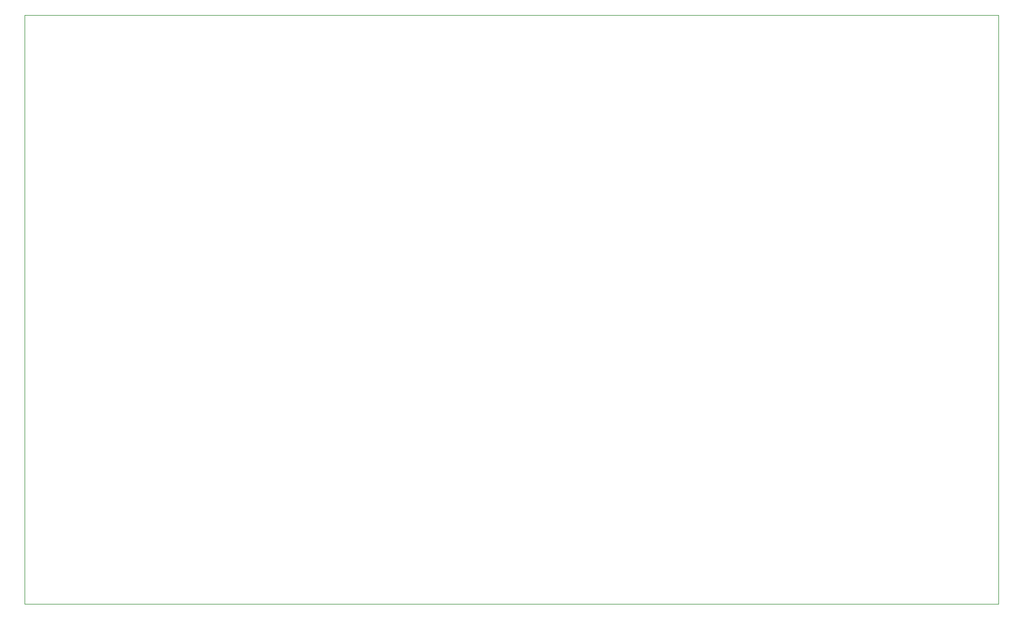
<source format=gm1>
G04 #@! TF.GenerationSoftware,KiCad,Pcbnew,(6.0.7)*
G04 #@! TF.CreationDate,2023-05-24T13:20:34-04:00*
G04 #@! TF.ProjectId,ECELab_v1,4543454c-6162-45f7-9631-2e6b69636164,rev?*
G04 #@! TF.SameCoordinates,Original*
G04 #@! TF.FileFunction,Profile,NP*
%FSLAX46Y46*%
G04 Gerber Fmt 4.6, Leading zero omitted, Abs format (unit mm)*
G04 Created by KiCad (PCBNEW (6.0.7)) date 2023-05-24 13:20:34*
%MOMM*%
%LPD*%
G01*
G04 APERTURE LIST*
G04 #@! TA.AperFunction,Profile*
%ADD10C,0.100000*%
G04 #@! TD*
G04 APERTURE END LIST*
D10*
X103936800Y-152120600D02*
X103936800Y-62839600D01*
X251460000Y-152120600D02*
X103936800Y-152120600D01*
X157480000Y-62839600D02*
X251460000Y-62839600D01*
X251460000Y-62839600D02*
X251460000Y-152120600D01*
X103936800Y-62839600D02*
X157480000Y-62839600D01*
M02*

</source>
